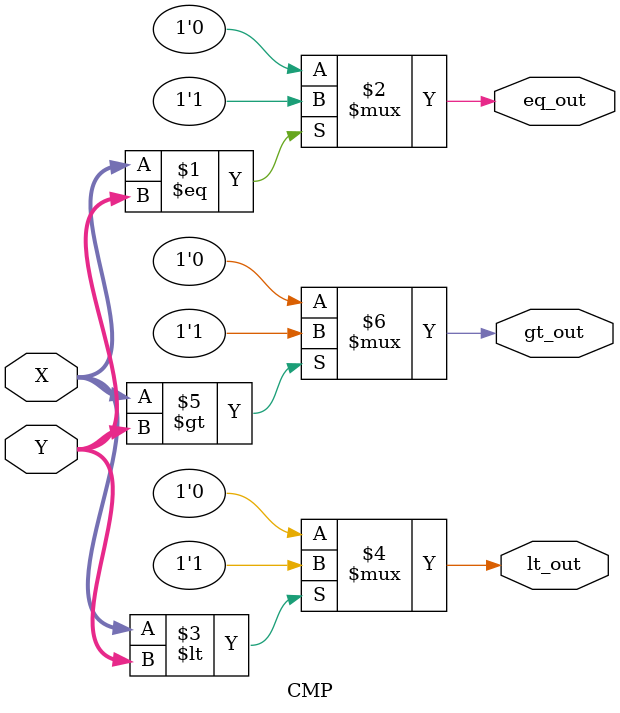
<source format=v>
`timescale 1ns / 1ps


module CMP
#(parameter WIDTH =8 ) 
(X, Y , eq_out , lt_out , gt_out );
 input [WIDTH-1:0] X , Y ;
 output  eq_out , lt_out , gt_out ;
 
 assign eq_out = (X==Y) ? 1'b1 : 1'b0 ;
  assign lt_out = (X<Y)? 1'b1  : 1'b0 ;
  assign gt_out = (X>Y)? 1'b1:  1'b0 ;
   
endmodule

</source>
